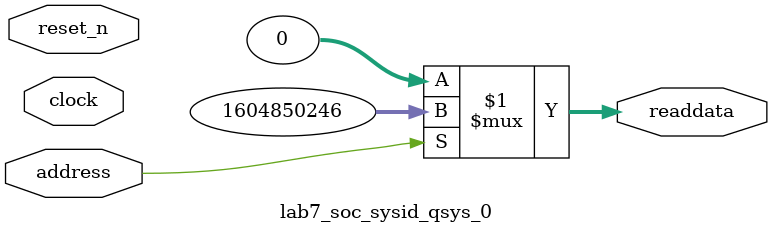
<source format=v>



// synthesis translate_off
`timescale 1ns / 1ps
// synthesis translate_on

// turn off superfluous verilog processor warnings 
// altera message_level Level1 
// altera message_off 10034 10035 10036 10037 10230 10240 10030 

module lab7_soc_sysid_qsys_0 (
               // inputs:
                address,
                clock,
                reset_n,

               // outputs:
                readdata
             )
;

  output  [ 31: 0] readdata;
  input            address;
  input            clock;
  input            reset_n;

  wire    [ 31: 0] readdata;
  //control_slave, which is an e_avalon_slave
  assign readdata = address ? 1604850246 : 0;

endmodule



</source>
